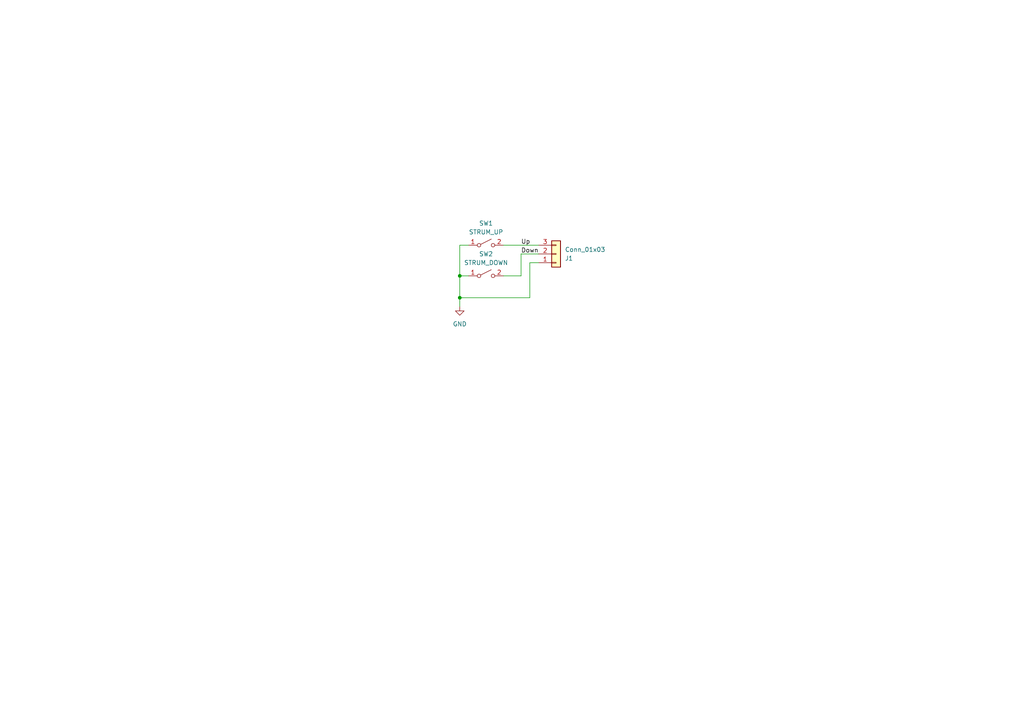
<source format=kicad_sch>
(kicad_sch (version 20231120) (generator "eeschema") (generator_version "8.0")
  (paper "A4")
  (lib_symbols
    (symbol "Connector_Generic:Conn_01x03" (pin_names (offset 1.016) hide)
      (property "Reference" "J" (at 0 5.08 0))
      (property "Value" "Conn_01x03" (at 0 -5.08 0))
      (symbol "Conn_01x03_1_1"
        (rectangle (start -1.27 -2.413) (end 0 -2.667) (stroke (width 0.1524)))
        (rectangle (start -1.27 0.127) (end 0 -0.127) (stroke (width 0.1524)))
        (rectangle (start -1.27 2.667) (end 0 2.413) (stroke (width 0.1524)))
        (rectangle (start -1.27 3.81) (end 1.27 -3.81) (stroke (width 0.254)) (fill (type background)))
        (pin passive line (at -5.08 2.54 0) (length 3.81) (name "Pin_1") (number "1"))
        (pin passive line (at -5.08 0 0) (length 3.81) (name "Pin_2") (number "2"))
        (pin passive line (at -5.08 -2.54 0) (length 3.81) (name "Pin_3") (number "3"))
      )
    )
    (symbol "Switch:SW_SPST" (pin_names (offset 0) hide)
      (property "Reference" "SW" (at 0 3.175 0))
      (property "Value" "SW_SPST" (at 0 -2.54 0))
      (symbol "SW_SPST_0_0"
        (circle (center -2.032 0) (radius 0.508))
        (polyline (pts (xy -1.524 0.254) (xy 1.524 1.778)))
        (circle (center 2.032 0) (radius 0.508))
      )
      (symbol "SW_SPST_1_1"
        (pin passive line (at -5.08 0 0) (length 2.54) (name "A") (number "1"))
        (pin passive line (at 5.08 0 180) (length 2.54) (name "B") (number "2"))
      )
    )
    (symbol "power:GND" (power) (pin_numbers hide) (pin_names (offset 0) hide)
      (property "Value" "GND" (at 0 -3.81 0))
      (symbol "GND_0_1"
        (polyline (pts (xy 0 0) (xy 0 -1.27) (xy 1.27 -1.27) (xy 0 -2.54) (xy -1.27 -1.27) (xy 0 -1.27)))
      )
      (symbol "GND_1_1"
        (pin power_in line (at 0 0 270) (length 0) (name "~") (number "1"))
      )
    )
  )
  (junction (at 133.35 80.01))
  (junction (at 133.35 86.36))
  (wire (pts (xy 133.35 80.01) (xy 135.89 80.01)))
  (wire (pts (xy 146.05 71.12) (xy 156.21 71.12)))
  (wire (pts (xy 133.35 88.9) (xy 133.35 86.36)))
  (wire (pts (xy 133.35 86.36) (xy 133.35 80.01)))
  (wire (pts (xy 151.13 73.66) (xy 156.21 73.66)))
  (wire (pts (xy 153.67 76.2) (xy 156.21 76.2)))
  (wire (pts (xy 153.67 86.36) (xy 153.67 76.2)))
  (wire (pts (xy 151.13 80.01) (xy 151.13 73.66)))
  (wire (pts (xy 133.35 71.12) (xy 135.89 71.12)))
  (wire (pts (xy 146.05 80.01) (xy 151.13 80.01)))
  (wire (pts (xy 133.35 80.01) (xy 133.35 71.12)))
  (wire (pts (xy 133.35 86.36) (xy 153.67 86.36)))
  (label "Up" (at 151.13 71.12 0))
  (label "Down" (at 151.13 73.66 0))
  (symbol (lib_id "Switch:SW_SPST") (at 140.97 80.01 0) (unit 1)
    (property "Reference" "SW2" (at 140.97 73.66 0))
    (property "Value" "STRUM_DOWN" (at 140.97 76.2 0))
    (property "Footprint" "ScottoKeebs_MX:MX_PCB" (effects (hide yes)))
    (property "Description" "Single Pole Single Throw (SPST) switch" (effects (hide yes)))
  )
  (symbol (lib_id "power:GND") (at 133.35 88.9 0) (unit 1)
    (property "Reference" "#PWR01" (effects (hide yes)))
    (property "Value" "GND" (at 133.35 93.98 0))
    (property "Description" "Power symbol creates a global label with name \"GND\" , ground" (effects (hide yes)))
  )
  (symbol (lib_id "Connector_Generic:Conn_01x03") (at 161.29 73.66 0) (mirror x) (unit 1)
    (property "Reference" "J1" (at 163.83 74.9301 0) (effects (justify left)))
    (property "Value" "Conn_01x03" (at 163.83 72.3901 0) (effects (justify left)))
    (property "Footprint" "Connector_PinHeader_2.00mm:PinHeader_1x03_P2.00mm_Vertical" (effects (hide yes)))
    (property "Description" "Generic connector, single row, 01x03, script generated (kicad-library-utils/schlib/autogen/connector/)" (effects (hide yes)))
  )
  (symbol (lib_id "Switch:SW_SPST") (at 140.97 71.12 0) (unit 1)
    (property "Reference" "SW1" (at 140.97 64.77 0))
    (property "Value" "STRUM_UP" (at 140.97 67.31 0))
    (property "Footprint" "ScottoKeebs_MX:MX_PCB" (effects (hide yes)))
    (property "Description" "Single Pole Single Throw (SPST) switch" (effects (hide yes)))
  )
)
</source>
